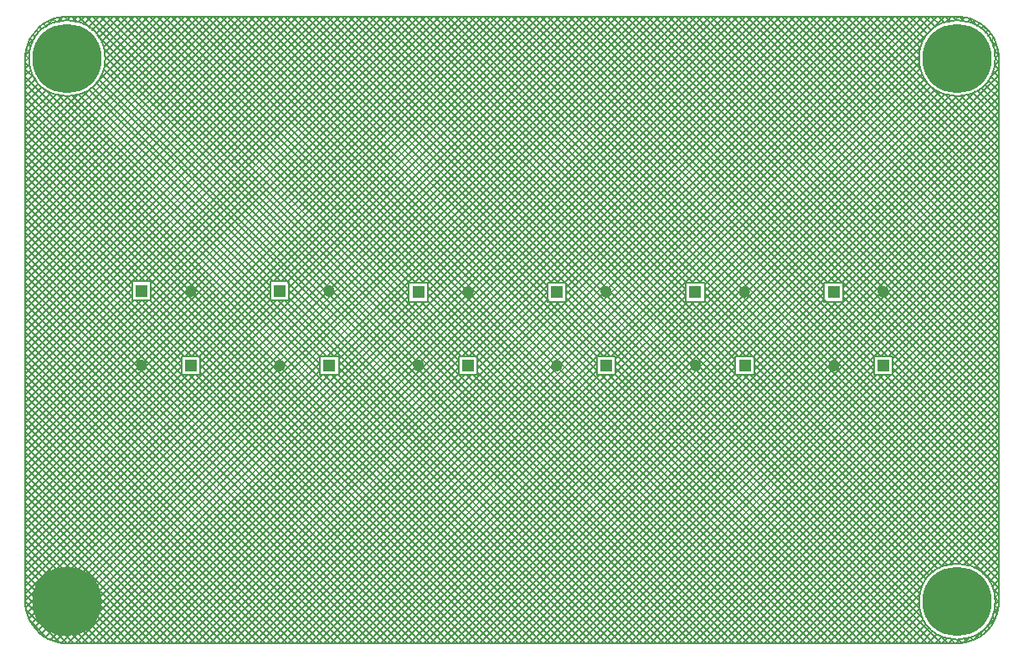
<source format=gbr>
%TF.GenerationSoftware,Altium Limited,Altium Designer,24.0.1 (36)*%
G04 Layer_Physical_Order=1*
G04 Layer_Color=191*
%FSLAX45Y45*%
%MOMM*%
%TF.SameCoordinates,FB142892-ABB5-4026-B094-0FDC62B1FA86*%
%TF.FilePolarity,Positive*%
%TF.FileFunction,Copper,L1,Top,Signal*%
%TF.Part,Single*%
G01*
G75*
%TA.AperFunction,NonConductor*%
%ADD10C,0.20320*%
%TA.AperFunction,ComponentPad*%
%ADD11C,1.20000*%
%ADD12R,1.20000X1.20000*%
%ADD13C,7.00000*%
%ADD14C,1.01600*%
D10*
X9884944Y6000012D02*
G03*
X9884944Y6000012I-385560J0D01*
G01*
Y500001D02*
G03*
X9884944Y500001I-385560J0D01*
G01*
X884926Y6000012D02*
G03*
X884926Y6000012I-385560J0D01*
G01*
X9581863Y6414668D02*
X9635283Y6400354D01*
X9544031Y6382978D02*
X9576436Y6415383D01*
X9527035Y6421887D02*
X9581863Y6414668D01*
X9527057Y6421884D02*
X9569866Y6379075D01*
X9635283Y6400354D02*
X9686374Y6379192D01*
X9656738Y6352001D02*
X9684645Y6379908D01*
X9604002Y6371107D02*
X9633680Y6400784D01*
X9383370Y6421887D02*
X9426614Y6378643D01*
X9311528Y6421887D02*
X9370147Y6363267D01*
X9239686Y6421887D02*
X9320178Y6341394D01*
X9455212Y6421887D02*
X9491605Y6385493D01*
X9473943Y6384732D02*
X9511098Y6421887D01*
X9385844Y6368475D02*
X9439256Y6421887D01*
X8233896D02*
X9921259Y4734524D01*
X8162054Y6421887D02*
X9921259Y4662682D01*
X8090212Y6421887D02*
X9921259Y4590840D01*
X8018370Y6421887D02*
X9921259Y4518998D01*
X7946528Y6421887D02*
X9921259Y4447155D01*
X7874686Y6421887D02*
X9921259Y4375313D01*
X8521265Y6421887D02*
X9921259Y5021892D01*
X8449423Y6421887D02*
X9921259Y4950050D01*
X8377580Y6421887D02*
X9921259Y4878208D01*
X9614991Y6405792D02*
X9680283Y6340500D01*
X8305738Y6421887D02*
X9921259Y4806366D01*
X7371791Y6421887D02*
X9921259Y3872418D01*
X7299949Y6421887D02*
X9921259Y3800576D01*
X7228106Y6421887D02*
X9921259Y3728734D01*
X7156264Y6421887D02*
X9921259Y3656892D01*
X7084422Y6421887D02*
X9921259Y3585050D01*
X7012580Y6421887D02*
X9921259Y3513208D01*
X7802843Y6421887D02*
X9921259Y4303471D01*
X7731001Y6421887D02*
X9921259Y4231629D01*
X7659159Y6421887D02*
X9921259Y4159787D01*
X7587317Y6421887D02*
X9921259Y4087945D01*
X7515475Y6421887D02*
X9921259Y4016103D01*
X7443633Y6421887D02*
X9921259Y3944261D01*
X6653369Y6421887D02*
X9921259Y3153997D01*
X6581527Y6421887D02*
X9921259Y3082155D01*
X6509685Y6421887D02*
X9921259Y3010313D01*
X6437843Y6421887D02*
X9921259Y2938471D01*
X6366001Y6421887D02*
X9921259Y2866629D01*
X6294159Y6421887D02*
X9921259Y2794787D01*
X6940738Y6421887D02*
X9921259Y3441366D01*
X5929067Y2983540D02*
X9367414Y6421887D01*
X5857225Y2983540D02*
X9295571Y6421887D01*
X6868896D02*
X9921259Y3369524D01*
X6797054Y6421887D02*
X9921259Y3297681D01*
X6725212Y6421887D02*
X9921259Y3225839D01*
X9850913Y6234895D02*
X9878564Y6187001D01*
X9899727Y6135911D01*
X9839872Y6180911D02*
X9905164Y6115619D01*
X9899727Y6135911D02*
X9914040Y6082491D01*
X9878397Y6070764D02*
X9908986Y6101354D01*
X9863266Y6127475D02*
X9891518Y6155728D01*
X9778141Y6317875D02*
X9817246Y6278771D01*
X9782262Y6261998D02*
X9808140Y6287876D01*
X9763566Y6329059D02*
X9828432Y6264193D01*
X9817246Y6278771D02*
X9850913Y6234895D01*
X9841589Y6177641D02*
X9868457Y6204508D01*
X9814411Y6222305D02*
X9840531Y6248425D01*
X9878015Y5927242D02*
X9921259Y5883998D01*
X9862639Y5870775D02*
X9921259Y5812156D01*
X9837041Y5813882D02*
X9921259Y5898100D01*
X9840766Y5820806D02*
X9921259Y5740314D01*
X9813416Y5776314D02*
X9921259Y5668472D01*
X9781105Y5736783D02*
X9921259Y5596629D01*
X9914040Y6082491D02*
X9921259Y6027663D01*
X9884906Y6005431D02*
X9919616Y6040141D01*
X9878447Y6070494D02*
X9921256Y6027685D01*
X9921259Y6000012D02*
Y6027663D01*
X9884866Y5992233D02*
X9921259Y5955840D01*
X9877884Y5926568D02*
X9921259Y5969942D01*
X9655077Y5647285D02*
X9921259Y5381103D01*
X9602127Y5628393D02*
X9921259Y5309261D01*
X9382350Y5632644D02*
X9921259Y5093735D01*
X9541877Y5616801D02*
X9921259Y5237419D01*
X9471364Y5615471D02*
X9921259Y5165577D01*
X8181972Y3727760D02*
X9921259Y5467047D01*
X9703617Y6327037D02*
X9730370Y6353791D01*
X9734268Y6351541D02*
X9778141Y6317875D01*
X9686374Y6379192D02*
X9734268Y6351541D01*
X9745348Y6296926D02*
X9771439Y6323018D01*
X9744033Y5702013D02*
X9921259Y5524787D01*
X9702137Y5672067D02*
X9921259Y5452945D01*
X8730910Y2983540D02*
X9921259Y4173889D01*
X8802752Y2983540D02*
X9921259Y4102047D01*
X8659068Y2983540D02*
X9921259Y4245731D01*
X8848399Y2885503D02*
X9921259Y3958363D01*
X8848399Y2813661D02*
X9921259Y3886521D01*
X8848399Y2957345D02*
X9921259Y4030205D01*
X8253814Y3727760D02*
X9921259Y5395205D01*
X7365910Y2983540D02*
X9921259Y5538889D01*
X7294067Y2983540D02*
X9921259Y5610731D01*
X8345860Y3676122D02*
X9921259Y5251521D01*
X8345860Y3604280D02*
X9921259Y5179679D01*
X8325656Y3727760D02*
X9921259Y5323363D01*
X8952317Y6421887D02*
X9171439Y6202765D01*
X8880475Y6421887D02*
X9146657Y6155705D01*
X8593107Y6421887D02*
X9132016Y5882978D01*
X9167844Y6421887D02*
X9275687Y6314044D01*
X9096002Y6421887D02*
X9236155Y6281733D01*
X9024159Y6421887D02*
X9201385Y6244661D01*
X5503896Y6421887D02*
X8198022Y3727760D01*
X5523813D02*
X8217940Y6421887D01*
X5451971Y3727760D02*
X8146098Y6421887D01*
X8808633D02*
X9127765Y6102754D01*
X8736791Y6421887D02*
X9116173Y6042505D01*
X8664949Y6421887D02*
X9114844Y5971992D01*
X6816971Y3727760D02*
X9114664Y6025453D01*
X6888814Y3727760D02*
X9116418Y5955365D01*
X6000909Y2983540D02*
X9130921Y6113552D01*
X6945812Y3641075D02*
X9147395Y5842658D01*
X6945812Y3569232D02*
X9172359Y5795779D01*
X6945812Y3712917D02*
X9128289Y5895394D01*
X5575738Y6421887D02*
X8269864Y3727760D01*
X5647580Y6421887D02*
X8341706Y3727760D01*
X5545764Y3677869D02*
X8289782Y6421887D01*
X6754692Y3727760D02*
X6945812D01*
Y3536640D02*
Y3727760D01*
X5545764Y3606027D02*
X8361624Y6421887D01*
X4210737D02*
X6904864Y3727760D01*
X4145716Y3642821D02*
X6924781Y6421887D01*
X4145716Y3714663D02*
X6852939Y6421887D01*
X5380129Y3727760D02*
X8074255Y6421887D01*
X5432053D02*
X8154740Y3699200D01*
X5360211Y6421887D02*
X8154740Y3627358D01*
X4015129Y3727760D02*
X6709255Y6421887D01*
X3995211D02*
X6754692Y3662406D01*
X3923369Y6421887D02*
X6754692Y3590564D01*
X4086971Y3727760D02*
X6781097Y6421887D01*
X4138895D02*
X6833022Y3727760D01*
X4067053Y6421887D02*
X6761180Y3727760D01*
X5288369Y6421887D02*
X8154740Y3555516D01*
X4564067Y2983540D02*
X8002413Y6421887D01*
X4492225Y2983540D02*
X7930571Y6421887D01*
X5216527D02*
X8657279Y2981135D01*
X5144685Y6421887D02*
X8657279Y2909292D01*
X5072843Y6421887D02*
X8657279Y2837450D01*
X4145716Y3570979D02*
X6996624Y6421887D01*
X3779685D02*
X7256939Y2944632D01*
X3707842Y6421887D02*
X7256939Y2872790D01*
X3954596Y3536640D02*
Y3727760D01*
X3851527Y6421887D02*
X7289873Y2983540D01*
X3636000Y6421887D02*
X7256939Y2800948D01*
X8154740Y3727760D02*
X8345860D01*
Y3536640D02*
Y3727760D01*
X7437752Y2983540D02*
X8154740Y3700528D01*
Y3536640D02*
X8345860D01*
X8173616D02*
X8726716Y2983540D01*
X8154740Y3555516D02*
X8173616Y3536640D01*
X6754692D02*
X6945812D01*
X8154740D02*
Y3727760D01*
X6754692Y3536640D02*
Y3727760D01*
X6880458Y3536640D02*
X7433557Y2983540D01*
X7256939D02*
X7448060D01*
X6808616Y3536640D02*
X7361715Y2983540D01*
X8245458Y3536640D02*
X8798558Y2983540D01*
X7448060Y2850164D02*
X8154740Y3556844D01*
X7448060Y2922006D02*
X8154740Y3628686D01*
X8657279Y2983540D02*
X8848399D01*
X8657279Y2792420D02*
X8848399D01*
X8657279D02*
Y2983540D01*
X6047720Y2814824D02*
X6769535Y3536640D01*
X7256939Y2792420D02*
Y2983540D01*
X6047720Y2886666D02*
X6754692Y3593638D01*
X7433557Y2983540D02*
X7448060Y2969038D01*
Y2792420D02*
Y2983540D01*
X7256939Y2792420D02*
X7448060D01*
X5354644Y3727760D02*
X5545764D01*
X5539874D02*
X5545764Y3721870D01*
X5354644Y3536640D02*
Y3727760D01*
Y3536640D02*
X5545764D01*
Y3727760D01*
X5354644Y3553779D02*
X5371783Y3536640D01*
X3954596D02*
X4145716D01*
Y3727760D01*
X3954596D02*
X4145716D01*
X4078625Y3536640D02*
X4631725Y2983540D01*
X4456260D02*
X4647380D01*
X4006783Y3536640D02*
X4559883Y2983540D01*
X5443625Y3536640D02*
X5996725Y2983540D01*
X6047720Y2958508D02*
X6754692Y3665481D01*
X5371783Y3536640D02*
X5924883Y2983540D01*
X5856599D02*
X6047720D01*
X5856599Y2792420D02*
X6047720D01*
X5856599D02*
Y2983540D01*
X4647380Y2923169D02*
X5354644Y3630433D01*
X4647380Y2851327D02*
X5354644Y3558591D01*
X4635909Y2983540D02*
X5354644Y3702275D01*
X4631725Y2983540D02*
X4647380Y2967885D01*
Y2792420D02*
Y2983540D01*
X4456260Y2792420D02*
X4647380D01*
X8345860Y3723606D02*
X9921259Y2148208D01*
X6945812Y3686812D02*
X9921259Y711365D01*
X5791264Y6421887D02*
X9921259Y2291892D01*
X5719422Y6421887D02*
X9921259Y2220050D01*
X8345860Y3651764D02*
X9921259Y2076365D01*
X8345860Y3579922D02*
X9921259Y2004523D01*
X8317300Y3536640D02*
X9921259Y1932681D01*
X6222317Y6421887D02*
X9921259Y2722945D01*
X6150475Y6421887D02*
X9921259Y2651102D01*
X6078632Y6421887D02*
X9921259Y2579260D01*
X6006790Y6421887D02*
X9921259Y2507418D01*
X5934948Y6421887D02*
X9921259Y2435576D01*
X5863106Y6421887D02*
X9921259Y2363734D01*
X6400233Y78126D02*
X9921259Y3599152D01*
X6472075Y78126D02*
X9921259Y3527310D01*
X6328391Y78126D02*
X9921259Y3670994D01*
X6615759Y78126D02*
X9921259Y3383626D01*
X6687602Y78126D02*
X9921259Y3311784D01*
X6543917Y78126D02*
X9921259Y3455468D01*
Y500001D02*
Y6000012D01*
X5681812Y78126D02*
X9921259Y4317573D01*
X5609970Y78126D02*
X9921259Y4389415D01*
X6945812Y3614970D02*
X9921259Y639523D01*
X6256549Y78126D02*
X9921259Y3742836D01*
X6184707Y78126D02*
X9921259Y3814678D01*
X4569948Y6421887D02*
X9921259Y1070576D01*
X4498106Y6421887D02*
X9921259Y998734D01*
X4426264Y6421887D02*
X9921259Y926891D01*
X4354422Y6421887D02*
X9921259Y855049D01*
X4282579Y6421887D02*
X9921259Y783207D01*
X4173127Y78126D02*
X9921259Y5826258D01*
X5001001Y6421887D02*
X9921259Y1501628D01*
X4929159Y6421887D02*
X9921259Y1429786D01*
X4857316Y6421887D02*
X9921259Y1357944D01*
X4785474Y6421887D02*
X9921259Y1286102D01*
X4713632Y6421887D02*
X9921259Y1214260D01*
X4641790Y6421887D02*
X9921259Y1142418D01*
X5250759Y78126D02*
X9921259Y4748626D01*
X5322601Y78126D02*
X9921259Y4676784D01*
X5178917Y78126D02*
X9921259Y4820468D01*
X5466285Y78126D02*
X9921259Y4533100D01*
X5538128Y78126D02*
X9921259Y4461258D01*
X5394443Y78126D02*
X9921259Y4604942D01*
X4316812Y78126D02*
X9921259Y5682574D01*
X4891549Y78126D02*
X9921259Y5107837D01*
X4244969Y78126D02*
X9921259Y5754416D01*
X5035233Y78126D02*
X9921259Y4964152D01*
X5107075Y78126D02*
X9921259Y4892310D01*
X4963391Y78126D02*
X9921259Y5035994D01*
X9428133Y878920D02*
X9921259Y1372046D01*
X9571629Y878732D02*
X9921259Y1228362D01*
X9317143Y839773D02*
X9921259Y1443888D01*
X9678180Y841599D02*
X9921259Y1084678D01*
X9722716Y814293D02*
X9921259Y1012836D01*
X9628159Y863420D02*
X9921259Y1156520D01*
X8848399Y2933698D02*
X9921259Y1860839D01*
X8848399Y2861856D02*
X9921259Y1788997D01*
X8845994Y2792420D02*
X9921259Y1717155D01*
X8774152Y2792420D02*
X9921259Y1645313D01*
X9506549Y885495D02*
X9921259Y1300204D01*
X8702309Y2792420D02*
X9921259Y1573471D01*
X9882533Y543057D02*
X9921259Y581783D01*
X9883476Y533622D02*
X9921259Y495839D01*
X8483655Y78126D02*
X9921259Y1515731D01*
Y472350D02*
Y500001D01*
X9914040Y417521D02*
X9921259Y472350D01*
X9883973Y472655D02*
X9921259Y509941D01*
X9797101Y744993D02*
X9921259Y869151D01*
X9827090Y703140D02*
X9921259Y797309D01*
X9762290Y782024D02*
X9921259Y940994D01*
X9870867Y603233D02*
X9921259Y653625D01*
X9864213Y624727D02*
X9921259Y567681D01*
X9851919Y656128D02*
X9921259Y725467D01*
X7262339Y78126D02*
X9921259Y2737047D01*
X7334181Y78126D02*
X9921259Y2665204D01*
X7190496Y78126D02*
X9921259Y2808889D01*
X7477865Y78126D02*
X9921259Y2521520D01*
X7549707Y78126D02*
X9921259Y2449678D01*
X7406023Y78126D02*
X9921259Y2593362D01*
X6831286Y78126D02*
X9921259Y3168099D01*
X6903128Y78126D02*
X9921259Y3096257D01*
X6759444Y78126D02*
X9921259Y3239941D01*
X7046812Y78126D02*
X9921259Y2952573D01*
X7118654Y78126D02*
X9921259Y2880731D01*
X6974970Y78126D02*
X9921259Y3024415D01*
X8124444Y78126D02*
X9921259Y1874941D01*
X8196286Y78126D02*
X9921259Y1803099D01*
X8052602Y78126D02*
X9921259Y1946783D01*
X8339970Y78126D02*
X9921259Y1659415D01*
X8411812Y78126D02*
X9921259Y1587573D01*
X8268128Y78126D02*
X9921259Y1731257D01*
X7693391Y78126D02*
X9921259Y2305994D01*
X7765233Y78126D02*
X9921259Y2234152D01*
X7621549Y78126D02*
X9921259Y2377836D01*
X7908918Y78126D02*
X9921259Y2090467D01*
X7980760Y78126D02*
X9921259Y2018625D01*
X7837076Y78126D02*
X9921259Y2162310D01*
X8848399Y2792420D02*
Y2983540D01*
X6945812Y3543128D02*
X9624110Y864830D01*
X4747864Y78126D02*
X8206378Y3536640D01*
X7448060Y2897196D02*
X9461555Y883701D01*
X7448060Y2825354D02*
X9400696Y872717D01*
X7448060Y2969038D02*
X9533005Y884092D01*
X6047720Y2792420D02*
Y2983540D01*
X4647380Y2896043D02*
X7465296Y78126D01*
X4647380Y2967885D02*
X7537139Y78126D01*
X7256939Y2800948D02*
X7265467Y2792420D01*
X4676022Y78126D02*
X7390316Y2792420D01*
X4647380Y2824201D02*
X7393454Y78126D01*
X5545764Y3650027D02*
X9117665Y78126D01*
X5545764Y3578185D02*
X9045823Y78126D01*
X5545764Y3721870D02*
X9189507Y78126D01*
X6047720Y2932546D02*
X8902139Y78126D01*
X6047720Y2860703D02*
X8830297Y78126D01*
X5515468Y3536640D02*
X8973981Y78126D01*
X5753654D02*
X8657279Y2981751D01*
X5825496Y78126D02*
X8657279Y2909909D01*
X4819706Y78126D02*
X8278220Y3536640D01*
X5900477Y2792420D02*
X8614770Y78126D01*
X5969180D02*
X8683474Y2792420D01*
X5897338Y78126D02*
X8657279Y2838067D01*
X3670232Y78126D02*
X9277091Y5684985D01*
X3742075Y78126D02*
X9321755Y5657807D01*
X3598390Y78126D02*
X9237398Y5717134D01*
X3885759Y78126D02*
X9428632Y5620999D01*
X3957601Y78126D02*
X9493965Y5614490D01*
X3813917Y78126D02*
X9371921Y5636130D01*
X3564168Y6421887D02*
X9220168Y765887D01*
X3526548Y78126D02*
X9202470Y5754048D01*
X3492326Y6421887D02*
X9187512Y726700D01*
X4456260Y2792420D02*
Y2983540D01*
Y2799795D02*
X4463634Y2792420D01*
X3454706Y78126D02*
X6913220Y3536640D01*
X4101285Y78126D02*
X9685514Y5662355D01*
X4145716Y3685075D02*
X7752665Y78126D01*
X4029443D02*
X9572828Y5621511D01*
X4145716Y3541391D02*
X7608981Y78126D01*
X4607319Y2792420D02*
X7321612Y78126D01*
X4145716Y3613233D02*
X7680823Y78126D01*
X4460496D02*
X7256939Y2874570D01*
X4532338Y78126D02*
X7256939Y2802728D01*
X4388654Y78126D02*
X7256939Y2946412D01*
X4535477Y2792420D02*
X7249770Y78126D01*
X4604180D02*
X7318474Y2792420D01*
X4463634D02*
X7177928Y78126D01*
X9883084Y462172D02*
X9915633Y429622D01*
X9899727Y364102D02*
X9914040Y417521D01*
X9867043Y383883D02*
X9916066Y432906D01*
X9872100Y401313D02*
X9901752Y371661D01*
X9878564Y313011D02*
X9899727Y364102D01*
X9853674Y347897D02*
X9881492Y320079D01*
X9829284Y300445D02*
X9855927Y273802D01*
X9850913Y265117D02*
X9878564Y313011D01*
X9817248Y221244D02*
X9850913Y265117D01*
X9799693Y258194D02*
X9825669Y232218D01*
X9778143Y182139D02*
X9817248Y221244D01*
X9765270Y220785D02*
X9791029Y195026D01*
X9726083Y188129D02*
X9752076Y162137D01*
X9734268Y148472D02*
X9778143Y182139D01*
X9668362Y113360D02*
X9886025Y331023D01*
X9681961Y160410D02*
X9708675Y133696D01*
X9686374Y120821D02*
X9734268Y148472D01*
X9635283Y99658D02*
X9686374Y120821D01*
X9632412Y138117D02*
X9660447Y110082D01*
X9576462Y122224D02*
X9606690Y91997D01*
X9566479Y83319D02*
X9615502Y132342D01*
X9581863Y85345D02*
X9635283Y99658D01*
X9527036Y78126D02*
X9581863Y85345D01*
X9512191Y114654D02*
X9546196Y80649D01*
X7409151Y2792420D02*
X9347281Y854291D01*
X7337309Y2792420D02*
X9299828Y829901D01*
X7265467Y2792420D02*
X9257577Y800310D01*
X8771023Y78126D02*
X9120653Y427756D01*
X8555497Y78126D02*
X9159612Y682242D01*
X6041022Y78126D02*
X8755316Y2792420D01*
X6044161D02*
X8758455Y78126D01*
X5972319Y2792420D02*
X8686613Y78126D01*
X8627339D02*
X9120465Y571252D01*
X8699181Y78126D02*
X9113891Y492836D01*
X6112865Y78126D02*
X8827158Y2792420D01*
X9329057Y154104D02*
X9405034Y78126D01*
X9345760D02*
X9396152Y128518D01*
X9273918Y78126D02*
X9343257Y147466D01*
X9435177Y119825D02*
X9476876Y78126D01*
X9489444D02*
X9526730Y115412D01*
X9417602Y78126D02*
X9456328Y116852D01*
X8914707Y78126D02*
X9157787Y321206D01*
X8986549Y78126D02*
X9185092Y276669D01*
X8842865Y78126D02*
X9135965Y371226D01*
X9130234Y78126D02*
X9254392Y202284D01*
X9202076Y78126D02*
X9296245Y172295D01*
X9058392Y78126D02*
X9217361Y237096D01*
X2773905Y6421887D02*
X5468031Y3727760D01*
X2745668Y3679616D02*
X5487939Y6421887D01*
X2734670Y3740460D02*
X5416097Y6421887D01*
X2702063D02*
X5396189Y3727760D01*
X2845747Y6421887D02*
X5539874Y3727760D01*
X2745668Y3607774D02*
X5559781Y6421887D01*
X471715D02*
X9527035D01*
X2590986Y3740460D02*
X5272413Y6421887D01*
X1345620Y3644568D02*
X4122939Y6421887D01*
X77491Y3669597D02*
X2829780Y6421887D01*
X2662828Y3740460D02*
X5344255Y6421887D01*
X2630221D02*
X5354644Y3697464D01*
X2558379Y6421887D02*
X5354644Y3625621D01*
X2486537Y6421887D02*
X5354644Y3553779D01*
X2414694Y6421887D02*
X5856599Y2979982D01*
X2342852Y6421887D02*
X5856599Y2908139D01*
X3127224Y2983540D02*
X6565571Y6421887D01*
X3199066Y2983540D02*
X6637413Y6421887D01*
X2271010D02*
X5856599Y2836297D01*
X77491Y3525913D02*
X2973465Y6421887D01*
X77491Y3454071D02*
X3045307Y6421887D01*
X77491Y3597755D02*
X2901623Y6421887D01*
X1690382Y2983540D02*
X5128728Y6421887D01*
X1762224Y2983540D02*
X5200570Y6421887D01*
X77491Y3094860D02*
X3404517Y6421887D01*
X77491Y3956966D02*
X2542412Y6421887D01*
X77491Y3885124D02*
X2614254Y6421887D01*
X77491Y4028808D02*
X2470570Y6421887D01*
X77491Y3741440D02*
X2757938Y6421887D01*
X77491Y3382229D02*
X3117149Y6421887D01*
X77491Y3813282D02*
X2686096Y6421887D01*
X77491Y4388019D02*
X2111359Y6421887D01*
X77491Y4316177D02*
X2183201Y6421887D01*
X77491Y4459861D02*
X2039517Y6421887D01*
X77491Y4172492D02*
X2326886Y6421887D01*
X77491Y4100650D02*
X2398728Y6421887D01*
X77491Y4244334D02*
X2255043Y6421887D01*
X77491Y2735650D02*
X3763728Y6421887D01*
X77491Y2663808D02*
X3835570Y6421887D01*
X77491Y2807492D02*
X3691886Y6421887D01*
X77491Y1514334D02*
X4985044Y6421887D01*
X77491Y1442492D02*
X5056886Y6421887D01*
X77491Y1586176D02*
X4913202Y6421887D01*
X77491Y3238545D02*
X3260833Y6421887D01*
X77491Y3166703D02*
X3332675Y6421887D01*
X77491Y3310387D02*
X3188991Y6421887D01*
X77491Y2951176D02*
X3548202Y6421887D01*
X77491Y2879334D02*
X3620044Y6421887D01*
X77491Y3023018D02*
X3476360Y6421887D01*
X1297828Y3740460D02*
X3979254Y6421887D01*
X1337063D02*
X4031189Y3727760D01*
X1265220Y6421887D02*
X3959347Y3727760D01*
X1408905Y6421887D02*
X4103031Y3727760D01*
X1345620Y3572726D02*
X4194781Y6421887D01*
X1345620Y3716410D02*
X4051097Y6421887D01*
X2554548Y3740460D02*
X2745668D01*
X2554548Y3549340D02*
Y3740460D01*
X1225986D02*
X3907412Y6421887D01*
X2725331Y3740460D02*
X2745668Y3720123D01*
Y3549340D02*
Y3740460D01*
X2554548Y3549340D02*
X2745668D01*
X3247040Y2887829D02*
X3954596Y3595385D01*
X3247040Y2815987D02*
X3967693Y3536640D01*
X3247040Y2959671D02*
X3954596Y3667227D01*
X3055920Y2792420D02*
X3247040D01*
Y2983540D01*
X3055920D02*
X3247040D01*
X1846700Y2924332D02*
X2554548Y3632180D01*
X1846700Y2852490D02*
X2554548Y3560338D01*
X1834066Y2983540D02*
X2554548Y3704022D01*
X2629083Y3549340D02*
X3194882Y2983540D01*
X3055920Y2792420D02*
Y2983540D01*
X2557241Y3549340D02*
X3123040Y2983540D01*
X1193378Y6421887D02*
X3954596Y3660669D01*
X1121536Y6421887D02*
X3954596Y3588827D01*
X977852Y6421887D02*
X4456260Y2943479D01*
X1049694Y6421887D02*
X4488041Y2983540D01*
X409720Y5625018D02*
X3055920Y2978819D01*
X279860Y5683036D02*
X3055920Y2906976D01*
X714139Y5679810D02*
X2653489Y3740460D01*
X754687Y5711104D02*
X2725331Y3740460D01*
X668552Y5653555D02*
X2581647Y3740460D01*
X617325Y5632939D02*
X2554548Y3695717D01*
X559286Y5619136D02*
X2554548Y3623875D01*
X492059Y5614521D02*
X2554548Y3552033D01*
X77491Y1945387D02*
X4553991Y6421887D01*
X77491Y1873544D02*
X4625834Y6421887D01*
X77491Y2017229D02*
X4482149Y6421887D01*
X77491Y1729860D02*
X4769518Y6421887D01*
X77491Y1658018D02*
X4841360Y6421887D01*
X77491Y1801702D02*
X4697676Y6421887D01*
X77491Y2160913D02*
X4338465Y6421887D01*
X77491Y2089071D02*
X4410307Y6421887D01*
X77491Y2232755D02*
X4266623Y6421887D01*
X906010D02*
X4456260Y2871637D01*
X834168Y6421887D02*
X4456260Y2799795D01*
X77491Y5813563D02*
X3055920Y2835134D01*
X494487Y6385541D02*
X530833Y6421887D01*
X474957D02*
X511462Y6385382D01*
X416886Y6414668D02*
X471715Y6421887D01*
X561346Y6380558D02*
X602675Y6421887D01*
X619130Y6366500D02*
X674517Y6421887D01*
X546799D02*
X595219Y6373467D01*
X411718Y6413283D02*
X443499Y6381503D01*
X412842Y6375738D02*
X457061Y6419957D01*
X363467Y6400354D02*
X416886Y6414668D01*
X312376Y6379192D02*
X363467Y6400354D01*
X355928Y6397232D02*
X384954Y6368205D01*
X305877Y6375440D02*
X333328Y6347989D01*
X868122Y6112597D02*
X1177412Y6421887D01*
X881157Y6053790D02*
X1249254Y6421887D01*
X848112Y6164429D02*
X1105570Y6421887D01*
X884651Y5985441D02*
X1321096Y6421887D01*
X871976Y5900925D02*
X1392938Y6421887D01*
X792804Y5749910D02*
X1464780Y6421887D01*
X670154Y6345682D02*
X746359Y6421887D01*
X715566Y6319252D02*
X818201Y6421887D01*
X618641D02*
X736513Y6304015D01*
X791562Y6251563D02*
X961885Y6421887D01*
X822377Y6210536D02*
X1033727Y6421887D01*
X755953Y6287796D02*
X890043Y6421887D01*
X264482Y6351541D02*
X312376Y6379192D01*
X287225Y6321963D02*
X366403Y6401141D01*
X220607Y6317874D02*
X264482Y6351541D01*
X260777Y6348698D02*
X287398Y6322077D01*
X220183Y6317450D02*
X246533Y6291100D01*
X181502Y6278769D02*
X220607Y6317874D01*
X184262Y6281529D02*
X210458Y6255333D01*
X152707Y6241242D02*
X179164Y6214785D01*
X147837Y6234895D02*
X181502Y6278769D01*
X120186Y6187002D02*
X147837Y6234895D01*
X125647Y6196460D02*
X152909Y6169198D01*
X99023Y6135911D02*
X120186Y6187002D01*
X77491Y4819071D02*
X1680307Y6421887D01*
X77491Y4747229D02*
X1752149Y6421887D01*
X77491Y4890914D02*
X1608464Y6421887D01*
X77491Y4603545D02*
X1895833Y6421887D01*
X77491Y4531703D02*
X1967675Y6421887D01*
X77491Y4675387D02*
X1823991Y6421887D01*
X98236Y6132975D02*
X177414Y6212153D01*
X77491Y4962756D02*
X1536622Y6421887D01*
X103513Y6146751D02*
X132294Y6117971D01*
X87081Y6091342D02*
X118490Y6059932D01*
X84710Y6082491D02*
X99023Y6135911D01*
X1345620Y3549340D02*
Y3740460D01*
X1192240Y3549340D02*
X1758040Y2983540D01*
X77491Y4592247D02*
X1686198Y2983540D01*
X1655580D02*
X1846700D01*
X1829882D02*
X1846700Y2966722D01*
X1264082Y3549340D02*
X1829882Y2983540D01*
X79420Y6042317D02*
X123640Y6086536D01*
X77657Y6028923D02*
X113875Y5992705D01*
X77491Y4664089D02*
X1154500Y3587080D01*
Y3740460D02*
X1345620D01*
X1154500Y3549340D02*
X1345620D01*
X1154500D02*
Y3740460D01*
X77491Y4376720D02*
X1655580Y2798632D01*
Y2792420D02*
Y2983540D01*
X77491Y4448562D02*
X1655580Y2870474D01*
Y2792420D02*
X1846700D01*
Y2983540D01*
X1655580Y2798632D02*
X1661792Y2792420D01*
X77491Y2591966D02*
X1154500Y3668974D01*
X77491Y2520123D02*
X1154500Y3597132D01*
X77491Y4520404D02*
X1655580Y2942316D01*
X77491Y2376439D02*
X1250392Y3549340D01*
X77491Y2304597D02*
X1322234Y3549340D01*
X77491Y2448281D02*
X1178550Y3549340D01*
X77491Y5753019D02*
X153696Y5829224D01*
X77491Y5681177D02*
X180126Y5783812D01*
X77491Y5885405D02*
X182390Y5780506D01*
X77491Y5537493D02*
X247815Y5707816D01*
X77491Y5465650D02*
X288842Y5677001D01*
X77491Y5609335D02*
X211582Y5743425D01*
X77491Y6000012D02*
Y6027664D01*
Y5968545D02*
X113837Y6004891D01*
X77491Y6027664D02*
X84710Y6082491D01*
X77491Y5896703D02*
X118820Y5938032D01*
X77491Y5824861D02*
X132878Y5880248D01*
X77491Y5957247D02*
X124373Y5910366D01*
X77491Y4879615D02*
X1216646Y3740460D01*
X77491Y4807773D02*
X1154500Y3730764D01*
X77491Y4951457D02*
X1288488Y3740460D01*
X77491Y1370650D02*
X1655580Y2948738D01*
X77491Y1298807D02*
X1655580Y2876896D01*
X77491Y4735931D02*
X1154500Y3658922D01*
X77491Y5393808D02*
X334949Y5651266D01*
X77491Y5321966D02*
X386781Y5631256D01*
X77491Y5034598D02*
X749468Y5706574D01*
X77491Y5250124D02*
X445588Y5618221D01*
X77491Y5178282D02*
X513936Y5614727D01*
X77491Y5106440D02*
X598453Y5627402D01*
X3276800Y6421887D02*
X9121607Y577079D01*
X3204958Y6421887D02*
X9114037Y512807D01*
X3133116Y6421887D02*
X9119208Y435794D01*
X3420484Y6421887D02*
X9159793Y682578D01*
X3348642Y6421887D02*
X9137500Y633029D01*
X3061274Y6421887D02*
X9153487Y329673D01*
X1371285Y78126D02*
X7715045Y6421887D01*
X1443127Y78126D02*
X7786887Y6421887D01*
X1299442Y78126D02*
X7643203Y6421887D01*
X1514969Y78126D02*
X7858729Y6421887D01*
X1552589D02*
X7896349Y78126D01*
X1480747Y6421887D02*
X7824507Y78126D01*
X2736285D02*
X9080045Y6421887D01*
X2808127Y78126D02*
X9151887Y6421887D01*
X2664443Y78126D02*
X9008203Y6421887D01*
X2917589D02*
X9261350Y78126D01*
X2989431Y6421887D02*
X9333192Y78126D01*
X2879969D02*
X9223729Y6421887D01*
X1696273D02*
X8040033Y78126D01*
X1768115Y6421887D02*
X8111876Y78126D01*
X1624431Y6421887D02*
X7968191Y78126D01*
X1911800Y6421887D02*
X8255560Y78126D01*
X1983642Y6421887D02*
X8327402Y78126D01*
X1839957Y6421887D02*
X8183718Y78126D01*
X94313Y381681D02*
X6134518Y6421887D01*
X113537Y329063D02*
X6206360Y6421887D01*
X81638Y440849D02*
X6062676Y6421887D01*
X167565Y239407D02*
X6350044Y6421887D01*
X201373Y201373D02*
X6421887Y6421887D01*
X138172Y281857D02*
X6278202Y6421887D01*
X77491Y795913D02*
X5703465Y6421887D01*
X77491Y724070D02*
X5775307Y6421887D01*
X77491Y867755D02*
X5631623Y6421887D01*
X77491Y580386D02*
X5918992Y6421887D01*
X77491Y508544D02*
X5990834Y6421887D01*
X77491Y652228D02*
X5847150Y6421887D01*
X940232Y78126D02*
X7283992Y6421887D01*
X1012074Y78126D02*
X7355834Y6421887D01*
X868390Y78126D02*
X7212150Y6421887D01*
X1155758Y78126D02*
X7499518Y6421887D01*
X1227600Y78126D02*
X7571361Y6421887D01*
X1083916Y78126D02*
X7427676Y6421887D01*
X239491Y167649D02*
X6493729Y6421887D01*
X690484D02*
X7034244Y78126D01*
X201373Y201373D02*
X6421887Y6421887D01*
X762326D02*
X7106086Y78126D01*
X796548D02*
X7140308Y6421887D01*
X724705Y78126D02*
X7068466Y6421887D01*
X2305232Y78126D02*
X8648992Y6421887D01*
X2377074Y78126D02*
X8720834Y6421887D01*
X2233390Y78126D02*
X8577150Y6421887D01*
X2520758Y78126D02*
X8864519Y6421887D01*
X2592601Y78126D02*
X8936361Y6421887D01*
X2448916Y78126D02*
X8792677Y6421887D01*
X2199168D02*
X8542928Y78126D01*
X2745668Y3720123D02*
X6387665Y78126D01*
X2161548D02*
X8505308Y6421887D01*
X2745668Y3648281D02*
X6315823Y78126D01*
X2745668Y3576439D02*
X6243980Y78126D01*
X2700925Y3549340D02*
X6172138Y78126D01*
X3247040Y2859540D02*
X6028454Y78126D01*
X3382864D02*
X6841377Y3536640D01*
X3247040Y2931383D02*
X6100296Y78126D01*
X3242318Y2792420D02*
X5956612Y78126D01*
X3311022D02*
X6025315Y2792420D01*
X3239180Y78126D02*
X5953473Y2792420D01*
X3023653Y78126D02*
X5856599Y2911072D01*
X3095495Y78126D02*
X5856599Y2839230D01*
X2951811Y78126D02*
X5856599Y2982915D01*
X3167338Y78126D02*
X5881631Y2792420D01*
X3170476D02*
X5884770Y78126D01*
X3098634Y2792420D02*
X5812928Y78126D01*
X77491Y5669878D02*
X5669243Y78126D01*
X790454Y5747179D02*
X6459507Y78126D01*
X77491Y5741721D02*
X5741086Y78126D01*
X77491Y5526194D02*
X5525559Y78126D01*
X471714D02*
X9527036D01*
X77491Y5598036D02*
X5597401Y78126D01*
X77491Y5382510D02*
X5381875Y78126D01*
X77491Y5310668D02*
X5310033Y78126D01*
X77491Y5454352D02*
X5453717Y78126D01*
X77491Y5166984D02*
X5166349Y78126D01*
X77491Y5095141D02*
X5094506Y78126D01*
X77491Y5238826D02*
X5238191Y78126D01*
X2089706D02*
X8433466Y6421887D01*
X2127326D02*
X8471086Y78126D01*
X2055484Y6421887D02*
X8399244Y78126D01*
X872821Y6095865D02*
X6890559Y78126D01*
X884736Y6012107D02*
X6818717Y78126D01*
X803369Y6237159D02*
X6962402Y78126D01*
X867560Y5885600D02*
X6675033Y78126D01*
X880857Y5944145D02*
X6746875Y78126D01*
X847343Y5833974D02*
X6603191Y78126D01*
X1946022D02*
X5404535Y3536640D01*
X2017864Y78126D02*
X5476377Y3536640D01*
X821431Y5788044D02*
X6531349Y78126D01*
X1335924Y3549340D02*
X4807138Y78126D01*
X1345620Y3683328D02*
X4950822Y78126D01*
X581021D02*
X4039535Y3536640D01*
X509179Y78126D02*
X3223473Y2792420D01*
X652863Y78126D02*
X4111377Y3536640D01*
X77491Y3155404D02*
X3154769Y78126D01*
X77491Y3011720D02*
X3011085Y78126D01*
X77491Y2939878D02*
X2939243Y78126D01*
X77491Y3083562D02*
X3082927Y78126D01*
X282027Y138343D02*
X3055920Y2912235D01*
X329326Y113800D02*
X3055920Y2840393D01*
X77491Y2868036D02*
X2867401Y78126D01*
X1846700Y2966722D02*
X4735296Y78126D01*
X1846700Y2894880D02*
X4663454Y78126D01*
X1345620Y3611486D02*
X4878980Y78126D01*
X1846700Y2823038D02*
X4591612Y78126D01*
X1874179D02*
X4588473Y2792420D01*
X1805476D02*
X4519769Y78126D01*
X1658653D02*
X4456260Y2875733D01*
X1730495Y78126D02*
X4456260Y2803891D01*
X1586811Y78126D02*
X4456260Y2947575D01*
X1733634Y2792420D02*
X4447927Y78126D01*
X1802337D02*
X4516631Y2792420D01*
X1661792D02*
X4376085Y78126D01*
X77491Y4304878D02*
X4304243Y78126D01*
X77491Y4233036D02*
X4232401Y78126D01*
X77491Y5023299D02*
X5022664Y78126D01*
X77491Y4089352D02*
X4088717Y78126D01*
X77491Y4017510D02*
X4016875Y78126D01*
X77491Y4161194D02*
X4160559Y78126D01*
X77491Y1011439D02*
X2615392Y3549340D01*
X77491Y939597D02*
X2687234Y3549340D01*
X77491Y500001D02*
Y6000012D01*
Y1155123D02*
X1714788Y2792420D01*
X77491Y1083281D02*
X1786630Y2792420D01*
X77491Y1226965D02*
X1655580Y2805054D01*
X77491Y3873825D02*
X3873190Y78126D01*
X77491Y3801983D02*
X3801348Y78126D01*
X77491Y3945667D02*
X3945032Y78126D01*
X77491Y3658299D02*
X3657664Y78126D01*
X77491Y3586457D02*
X3585822Y78126D01*
X77491Y3730141D02*
X3729506Y78126D01*
X77491Y3442773D02*
X3442138Y78126D01*
X77491Y3370931D02*
X3370296Y78126D01*
X77491Y3514615D02*
X3513980Y78126D01*
X77491Y3227246D02*
X3226611Y78126D01*
X77491Y2796194D02*
X2795559Y78126D01*
X77491Y3299088D02*
X3298453Y78126D01*
X220609Y182137D02*
X264482Y148472D01*
X382048Y94680D02*
X3079788Y2792420D01*
X123115Y307938D02*
X307303Y123749D01*
X312376Y120821D02*
X363467Y99658D01*
X416887Y85345D01*
X264482Y148472D02*
X312376Y120821D01*
X84710Y417522D02*
X99023Y364102D01*
X120186Y313011D01*
X77491Y472349D02*
Y500001D01*
X147837Y265117D02*
X181504Y221242D01*
X220609Y182137D01*
X120186Y313011D02*
X147837Y265117D01*
X441336Y82126D02*
X3151630Y2792420D01*
X77491Y1071983D02*
X1071348Y78126D01*
X77491Y1143825D02*
X1143190Y78126D01*
X77491Y928298D02*
X927663Y78126D01*
X77491Y856456D02*
X855821Y78126D01*
X77491Y1000140D02*
X999505Y78126D01*
X77491Y712772D02*
X712137Y78126D01*
X77491Y640930D02*
X640295Y78126D01*
X77491Y784614D02*
X783979Y78126D01*
X84609Y418286D02*
X417651Y85244D01*
X416887Y85345D02*
X471714Y78126D01*
X77491Y569088D02*
X568453Y78126D01*
X77491Y2652509D02*
X2651874Y78126D01*
X77491Y2580667D02*
X2580032Y78126D01*
X77491Y2724351D02*
X2723716Y78126D01*
X77491Y2436983D02*
X2436348Y78126D01*
X77491Y2365141D02*
X2364506Y78126D01*
X77491Y2508825D02*
X2508190Y78126D01*
X77491Y2221457D02*
X2220822Y78126D01*
X77491Y2149614D02*
X2148979Y78126D01*
X77491Y2293299D02*
X2292664Y78126D01*
X77491Y472349D02*
X84710Y417522D01*
X77491Y497246D02*
X496611Y78126D01*
X77491Y2005930D02*
X2005295Y78126D01*
X77491Y1934088D02*
X1933453Y78126D01*
X77491Y1862246D02*
X1861611Y78126D01*
X77491Y2077772D02*
X2077137Y78126D01*
X77491Y1718562D02*
X1717927Y78126D01*
X77491Y1646720D02*
X1646085Y78126D01*
X77491Y1790404D02*
X1789769Y78126D01*
X77491Y1503035D02*
X1502400Y78126D01*
X77491Y1431193D02*
X1430558Y78126D01*
X77491Y1574877D02*
X1574242Y78126D01*
X77491Y1287509D02*
X1286874Y78126D01*
X77491Y1215667D02*
X1215032Y78126D01*
X77491Y1359351D02*
X1358716Y78126D01*
D11*
X8252839Y2887980D02*
D03*
X6852499D02*
D03*
X5452160D02*
D03*
X4051820D02*
D03*
X2651480D02*
D03*
X1251140D02*
D03*
X1750060Y3644900D02*
D03*
X3150108D02*
D03*
X4550156Y3632200D02*
D03*
X5950204D02*
D03*
X7350252D02*
D03*
X8750300D02*
D03*
D12*
X8752839Y2887980D02*
D03*
X7352499D02*
D03*
X5952160D02*
D03*
X4551820D02*
D03*
X3151480D02*
D03*
X1751140D02*
D03*
X1250060Y3644900D02*
D03*
X2650108D02*
D03*
X4050156Y3632200D02*
D03*
X5450204D02*
D03*
X6850252D02*
D03*
X8250300D02*
D03*
D13*
X499366Y500001D02*
D03*
Y6000012D02*
D03*
X9499384Y500001D02*
D03*
Y6000012D02*
D03*
D14*
X230126Y500001D02*
D03*
X364746Y266832D02*
D03*
X633986D02*
D03*
X768606Y500001D02*
D03*
X633986Y733170D02*
D03*
X364746D02*
D03*
X230126Y6000012D02*
D03*
X364746Y5766843D02*
D03*
X633986D02*
D03*
X768606Y6000012D02*
D03*
X633986Y6233181D02*
D03*
X364746D02*
D03*
X9230144Y500001D02*
D03*
X9364764Y266832D02*
D03*
X9634004D02*
D03*
X9768624Y500001D02*
D03*
X9634004Y733170D02*
D03*
X9364764D02*
D03*
X9230144Y6000012D02*
D03*
X9364764Y5766843D02*
D03*
X9634004D02*
D03*
X9768624Y6000012D02*
D03*
X9634004Y6233181D02*
D03*
X9364764D02*
D03*
%TF.MD5,208b9bcc2a13863c2c73c4832b10569d*%
M02*

</source>
